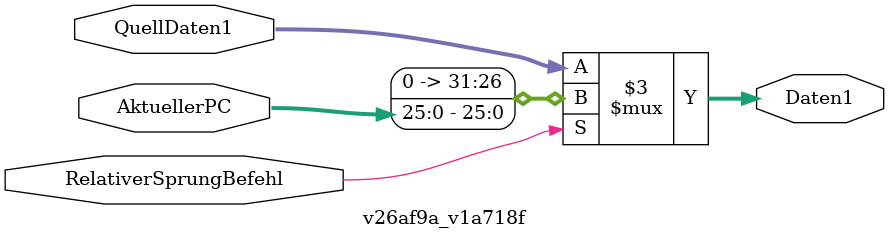
<source format=v>

`default_nettype none

module main (
 input [31:0] vbabb27,
 input [31:0] v6c8a4c,
 input vcee139,
 input v1c9ad2,
 input v8eb1f0,
 output [31:0] vf2527f,
 output [31:0] va2e910,
 output vc27e51,
 output vac2531,
 output v5b8f0c,
 output [25:0] vc219a6
);
 wire w0;
 wire w1;
 wire w2;
 wire w3;
 wire [0:5] w4;
 wire [0:5] w5;
 wire [0:5] w6;
 wire [0:5] w7;
 wire w8;
 wire [0:31] w9;
 wire [0:31] w10;
 wire [0:31] w11;
 wire [0:31] w12;
 wire w13;
 wire [0:31] w14;
 wire [0:31] w15;
 wire w16;
 wire w17;
 wire w18;
 wire [0:25] w19;
 wire [0:31] w20;
 wire [0:31] w21;
 wire w22;
 wire [0:31] w23;
 wire [0:31] w24;
 wire [0:31] w25;
 wire w26;
 wire w27;
 wire w28;
 wire [0:31] w29;
 wire w30;
 wire w31;
 wire w32;
 wire w33;
 wire w34;
 wire w35;
 wire w36;
 wire w37;
 wire [0:25] w38;
 wire w39;
 wire [0:25] w40;
 wire [0:25] w41;
 wire w42;
 wire w43;
 wire [0:31] w44;
 wire [0:31] w45;
 assign w9 = vbabb27;
 assign w15 = v6c8a4c;
 assign vc27e51 = w16;
 assign vac2531 = w17;
 assign v5b8f0c = w18;
 assign vf2527f = w23;
 assign va2e910 = w24;
 assign w31 = v1c9ad2;
 assign w32 = v8eb1f0;
 assign w35 = vcee139;
 assign vc219a6 = w40;
 assign w20 = w10;
 assign w21 = w12;
 assign w23 = w10;
 assign w23 = w20;
 assign w25 = w12;
 assign w25 = w21;
 assign w28 = w8;
 assign w29 = w24;
 assign w37 = w36;
 assign w40 = w38;
 assign w41 = w38;
 assign w41 = w40;
 v07c3e9 vc2f165 (
  .v733f38(w0),
  .vcf476d(w1),
  .vc2ff47(w2),
  .vefc2f0(w4),
  .v1d4fda(w5),
  .vcc5aff(w6),
  .v9859e3(w7),
  .ve7b995(w8),
  .vd56645(w15),
  .v009d23(w22),
  .vd5ffa3(w26),
  .vd57811(w27),
  .veae0d5(w36),
  .ve70a4a(w42),
  .vf89c40(w43),
  .v600479(w44)
 );
 v098059 v44d510 (
  .vb9f6e8(w3),
  .v64b2fc(w19),
  .vd4605e(w33),
  .v469cec(w38)
 );
 vd073da v710b38 (
  .v394d0e(w0),
  .v708034(w1),
  .v2d8bc3(w2),
  .v7af967(w3),
  .vdf76b1(w13),
  .vd25d6a(w16),
  .vb561af(w17),
  .vc9a715(w18),
  .v6b1ac6(w27),
  .v54902b(w28),
  .vc6aa74(w30),
  .v5f89cf(w31),
  .v5118c6(w32),
  .vba26c3(w33),
  .v5fb4ea(w34),
  .v6dbede(w35),
  .v333e4c(w37),
  .v4dd373(w39)
 );
 v51b9cf v9b2244 (
  .vaa5d49(w5),
  .v102134(w6),
  .v14eae6(w7),
  .v7d1d02(w11),
  .vc46106(w12),
  .vfab6dd(w24),
  .v247656(w30)
 );
 v625d79 vab0f0a (
  .vcd159e(w4),
  .vea2f6e(w10),
  .v360926(w14),
  .v799830(w34),
  .v1f4289(w39),
  .v3b8228(w45)
 );
 vaa9caf v0ca40e (
  .v604d67(w8),
  .v51b6bc(w9),
  .vcf12e3(w10),
  .va874ad(w11),
  .va16ad8(w36),
  .vbaf620(w38)
 );
 v1215e7 v64a763 (
  .ve0f1d2(w12),
  .va34f84(w13),
  .va96744(w42)
 );
 vef4843 v19f6e3 (
  .ve4871c(w14),
  .v3b6447(w29),
  .v301daf(w43),
  .vc64ed9(w44)
 );
 v433ce5 v059689 (
  .vbda1cf(w19),
  .v5a59b5(w20),
  .vb6adaf(w21),
  .vf95e96(w22)
 );
 v26af9a v1647fe (
  .v5cb37b(w25),
  .vb74a8b(w26),
  .v30c415(w41),
  .v2cf625(w45)
 );
endmodule

//---- Top entity
module v07c3e9 (
 input [31:0] vd56645,
 input vd57811,
 input v39aa65,
 output vd5ffa3,
 output [31:0] v600479,
 output vf89c40,
 output [5:0] vefc2f0,
 output [5:0] v1d4fda,
 output [5:0] vcc5aff,
 output [5:0] v9859e3,
 output veae0d5,
 output v733f38,
 output ve7b995,
 output vcf476d,
 output vc2ff47,
 output ve70a4a,
 output v009d23
);
 wire [0:31] w0;
 wire w1;
 wire w2;
 wire [0:5] w3;
 wire w4;
 wire w5;
 wire w6;
 wire w7;
 wire w8;
 wire w9;
 wire w10;
 wire w11;
 wire w12;
 wire [0:31] w13;
 wire [0:5] w14;
 wire [0:5] w15;
 wire [0:5] w16;
 assign w0 = vd56645;
 assign w1 = vd57811;
 assign w2 = v39aa65;
 assign vefc2f0 = w3;
 assign vf89c40 = w4;
 assign ve7b995 = w5;
 assign veae0d5 = w6;
 assign ve70a4a = w7;
 assign v009d23 = w8;
 assign vc2ff47 = w9;
 assign vcf476d = w10;
 assign v733f38 = w11;
 assign vd5ffa3 = w12;
 assign v600479 = w13;
 assign v9859e3 = w14;
 assign vcc5aff = w15;
 assign v1d4fda = w16;
 v07c3e9_vb2d435 vb2d435 (
  .Instruktion(w0),
  .DekodierSignal(w1),
  .Reset(w2),
  .FunktionsCode(w3),
  .ImmediateAktiv(w4),
  .JALBefehl(w5),
  .LoadBefehl(w6),
  .Sprungbedingung(w7),
  .AbsoluterSprung(w8),
  .BedingterSprungBefehl(w9),
  .UnbedingterSprungBefehl(w10),
  .StoreBefehl(w11),
  .RelativerSprung(w12),
  .IDaten(w13),
  .ZielRegister(w14),
  .QuellRegister2(w15),
  .QuellRegister1(w16)
 );
endmodule

//---------------------------------------------------
//-- Instruktionsdekodierer
//-- - - - - - - - - - - - - - - - - - - - - - - - --
//-- 
//---------------------------------------------------

module v07c3e9_vb2d435 (
 input [31:0] Instruktion,
 input DekodierSignal,
 input Reset,
 output [5:0] QuellRegister1,
 output [5:0] QuellRegister2,
 output [5:0] ZielRegister,
 output [31:0] IDaten,
 output ImmediateAktiv,
 output [5:0] FunktionsCode,
 output JALBefehl,
 output RelativerSprung,
 output LoadBefehl,
 output StoreBefehl,
 output UnbedingterSprungBefehl,
 output BedingterSprungBefehl,
 output AbsoluterSprung,
 output Sprungbedingung
);
 
 //Aktuell gespeicherte Befehl
 reg [31:0] AktuellerBefehl;
 
 //Wires für Lesbaren Code
 wire[5:0] Opcode;
 wire[1:0] Format;
 wire[1:0] Kategorie;
 wire[4:0] ZRegister;
 wire[4:0] Q1Register;
 wire[4:0] Q2Register;
 wire[5:0] Funktion;
 wire[5:0] FunktionAnfang;
 wire[15:0] KleinerImmediate;
 wire[25:0] GrosserImmediate;
 wire[3:0] GleitkommaBefehl;
 
 assign Opcode = AktuellerBefehl[31:26];
 assign Format = AktuellerBefehl[31:30];
 assign Kategorie = AktuellerBefehl[5:4];
 assign ZRegister = AktuellerBefehl[25:21];
 assign Q1Register = AktuellerBefehl[20:16];
 assign Q2Register = AktuellerBefehl[15:11];
 assign Funktion = AktuellerBefehl[5:0];
 assign FunktionAnfang = AktuellerBefehl[30:26];
 assign KleinerImmediate = AktuellerBefehl[15:0];
 assign GrosserImmediate = AktuellerBefehl[25:0];
 assign GleitkommaBefehl = AktuellerBefehl[3:0];
 
 //wichtige Befehle die einzeln behandelt werden muessen
 localparam[5:0] LoadCode   = 6'b111000;
 localparam[5:0] LoadSCode  = 6'b111001;
 localparam[5:0] StoreCode  = 6'b111010;
 localparam[5:0] StoreSCode = 6'b111011;
 localparam[5:0] JregCode   = 6'b111100;
 localparam[5:0] BezCode    = 6'b111101;
 localparam[5:0] BNezCode   = 6'b111110;
 localparam[5:0] JALCode    = 6'b111111;
 localparam[5:0] JmpCode    = 6'b010000;
 localparam[5:0] AddisCode  = 6'b110000;
 
 //wichtige Formate die behandelt werden muessen
 localparam[1:0] RegisterFormat = 2'b00;
 localparam[1:0] JumpFormat = 2'b01;
 localparam ImmediateFormat = 1'b1;
 localparam FloatVergleich = 1'b1;
 localparam[1:0] Arithmetik = 2'b00;
 localparam[1:0] Vergleich = 2'b01;
 localparam[1:0] Gleitkomma = 2'b10;
 localparam[1:0] Vektor = 2'b11;
 
 //START LOGIK
 
 always @(posedge Reset or posedge DekodierSignal) begin
     if(Reset)
         AktuellerBefehl <= 32'b00000000000000000000000000000000;
     else begin
         AktuellerBefehl <= Instruktion;
     end
 end
 
 assign QuellRegister1 =         {((Format == RegisterFormat && Kategorie == Gleitkomma) ? 1'b1 : 1'b0), Q1Register};
 
 assign QuellRegister2 =         (Opcode == StoreCode) ? {1'b0, ZRegister}:
                                 (Opcode == StoreSCode) ? {1'b1, ZRegister}:
                                 {((Format == RegisterFormat && Kategorie == Gleitkomma) ? 1'b1 : 1'b0), Q2Register};
 
 assign ZielRegister =           (Opcode==LoadSCode || Opcode == StoreSCode || ((Format == RegisterFormat && Kategorie == Gleitkomma && GleitkommaBefehl < 8)) ? {1'b1, ZRegister}:
                                 (((Format == RegisterFormat) || (Format[1] == ImmediateFormat)) ? {1'b0, ZRegister}:
                                 6'b0));
 
 assign IDaten =                 (Format == JumpFormat) ? {6'b0, GrosserImmediate} :
                                 (Opcode == AddisCode) ? {KleinerImmediate, 16'b0} : 
                                 (Format[1] == ImmediateFormat && Opcode > AddisCode && Opcode < LoadCode) ? {16'b0, KleinerImmediate} :
                                 (Format[1] == ImmediateFormat) ? {{16{KleinerImmediate[15]}}, KleinerImmediate} :
                                 32'b0;
 
 assign ImmediateAktiv =         (Format == JumpFormat || Format[1] == ImmediateFormat);
                             
 assign FunktionsCode =          (Format == RegisterFormat) ? Funktion :
                                 ((Opcode == AddisCode || Format == JumpFormat||(Opcode >= LoadCode && Opcode <= JALCode)) ? 6'b0:
                                 {1'b0,FunktionAnfang});
 
 assign JALBefehl =              (Opcode == JALCode);
 
 assign RelativerSprung =        (Opcode == JALCode || Opcode == JmpCode || Opcode == BezCode || Opcode == BNezCode);
 
 assign AbsoluterSprung =        (Opcode == JregCode);                               
 
 assign LoadBefehl =             (Opcode == LoadCode || Opcode == LoadSCode);
 
 assign StoreBefehl =            (Opcode == StoreCode || Opcode == StoreSCode);
 
 assign UnbedingterSprungBefehl =(Opcode == JregCode || Opcode == JALCode || Opcode == JmpCode);
 
 assign BedingterSprungBefehl =  (Opcode == BezCode || Opcode == BNezCode); 
 
 assign Sprungbedingung =           (Opcode == BezCode);
endmodule
//---- Top entity
module v098059 (
 input [25:0] v64b2fc,
 input vb9f6e8,
 input vd4605e,
 input vfd4a34,
 output [25:0] v469cec
);
 wire [0:25] w0;
 wire [0:25] w1;
 wire w2;
 wire w3;
 wire w4;
 assign v469cec = w0;
 assign w1 = v64b2fc;
 assign w2 = vb9f6e8;
 assign w3 = vd4605e;
 assign w4 = vfd4a34;
 v098059_v6a75bb v6a75bb (
  .AktuellerPc(w0),
  .NeuerPC(w1),
  .SchreibSignal(w2),
  .TaktSignal(w3),
  .Reset(w4)
 );
endmodule

//---------------------------------------------------
//-- Programmzähler
//-- - - - - - - - - - - - - - - - - - - - - - - - --
//-- 
//---------------------------------------------------

module v098059_v6a75bb (
 input [25:0] NeuerPC,
 input SchreibSignal,
 input TaktSignal,
 input Reset,
 output [25:0] AktuellerPc
);
 reg[25:0] programmzahler;
 reg[25:0] AktuellerPC;
 always @(posedge TaktSignal or posedge Reset) begin
     if(Reset)
         AktuellerPC <= 25'b0;
     else begin
         if(SchreibSignal)
             AktuellerPC <= NeuerPC + 1'b1;
         else
             AktuellerPC <= AktuellerPC + 1'b1;
     end
 end
endmodule
//---- Top entity
module vd073da (
 input v333e4c,
 input v394d0e,
 input v54902b,
 input v708034,
 input v2d8bc3,
 input vdf76b1,
 input v6dbede,
 input v5f89cf,
 input v5118c6,
 input v4dd373,
 input v9d2ce3,
 input v581dfa,
 output vc6aa74,
 output v5fb4ea,
 output vd25d6a,
 output vb561af,
 output vc9a715,
 output v7af967,
 output vba26c3,
 output v6b1ac6
);
 wire w0;
 wire w1;
 wire w2;
 wire w3;
 wire w4;
 wire w5;
 wire w6;
 wire w7;
 wire w8;
 wire w9;
 wire w10;
 wire w11;
 wire w12;
 wire w13;
 wire w14;
 wire w15;
 wire w16;
 wire w17;
 wire w18;
 wire w19;
 assign w0 = v333e4c;
 assign w1 = v394d0e;
 assign w2 = v54902b;
 assign w3 = v708034;
 assign w4 = v2d8bc3;
 assign w5 = vdf76b1;
 assign w6 = v4dd373;
 assign w7 = v6dbede;
 assign w8 = v5f89cf;
 assign w9 = v5118c6;
 assign w10 = v9d2ce3;
 assign w11 = v581dfa;
 assign vc6aa74 = w12;
 assign v5fb4ea = w13;
 assign vd25d6a = w14;
 assign vb561af = w15;
 assign vc9a715 = w16;
 assign v7af967 = w17;
 assign vba26c3 = w18;
 assign v6b1ac6 = w19;
 vd073da_ve6caed ve6caed (
  .LoadBefehl(w0),
  .StoreBefehl(w1),
  .JALBefehl(w2),
  .UnbedingterSprungBefehl(w3),
  .BedingterSprungBefehl(w4),
  .Bedingung(w5),
  .ALUFertig(w6),
  .BefehlGeladen(w7),
  .DatenGeladen(w8),
  .DatenGespeichert(w9),
  .Clock(w10),
  .Reset(w11),
  .RegisterSchreibSignal(w12),
  .ALUStartSignal(w13),
  .LoadBefehlSignal(w14),
  .LoadDatenSignal(w15),
  .StoreDatenSignal(w16),
  .PCSprungSignal(w17),
  .PCSignal(w18),
  .DekodierSignal(w19)
 );
endmodule

//---------------------------------------------------
//-- Steuerung
//-- - - - - - - - - - - - - - - - - - - - - - - - --
//-- 
//---------------------------------------------------

module vd073da_ve6caed (
 input LoadBefehl,
 input StoreBefehl,
 input JALBefehl,
 input UnbedingterSprungBefehl,
 input BedingterSprungBefehl,
 input Bedingung,
 input ALUFertig,
 input BefehlGeladen,
 input DatenGeladen,
 input DatenGespeichert,
 input Clock,
 input Reset,
 output RegisterSchreibSignal,
 output ALUStartSignal,
 output LoadBefehlSignal,
 output LoadDatenSignal,
 output StoreDatenSignal,
 output PCSprungSignal,
 output PCSignal,
 output DekodierSignal
);
   localparam FETCH = 3'b000;
     localparam DECODE = 3'b001;
     localparam ALU1 = 3'b010;
     localparam ALU = 3'b011;
     localparam WRITEBACK_JUMP = 3'b100;
     localparam WRITEBACK_STORE = 3'b101;
     localparam WRITEBACK_LOAD = 3'b110;
     localparam WRITEBACK_DEFAULT = 3'b111;
 
     reg [2:0] current_state;
     reg [2:0] next_state;
 
     //combinational portion
     
     always @(*) begin
         case(current_state)
             FETCH: begin
                 if (BefehlGeladen)
                     next_state <= DECODE;
                 else
                     next_state <= FETCH;
             end
             DECODE:
                 next_state <= ALU1;
             ALU1: begin
                 if (ALUFertig) begin
                     if (UnbedingterSprungBefehl || BedingterSprungBefehl)
                         next_state <= WRITEBACK_JUMP;
                     else if (StoreBefehl)
                         next_state <= WRITEBACK_STORE;
                     else if (LoadBefehl)
                         next_state <= WRITEBACK_LOAD;
                     else
                         next_state <= WRITEBACK_DEFAULT;
                 end
                 else
                     next_state <= ALU;
             end
             ALU: begin
                 if (ALUFertig) begin
                     if (UnbedingterSprungBefehl || BedingterSprungBefehl)
                         next_state <= WRITEBACK_JUMP;
                     else if (StoreBefehl)
                         next_state <= WRITEBACK_STORE;
                     else if (LoadBefehl)
                         next_state <= WRITEBACK_LOAD;
                     else
                         next_state <= WRITEBACK_DEFAULT;
                 end
                 else
                     next_state <= ALU;
             end
             WRITEBACK_JUMP:
                 next_state <= FETCH;
             WRITEBACK_STORE: begin
                 if (DatenGespeichert)
                     next_state <= FETCH;
                 else
                     next_state <= WRITEBACK_STORE;
             end
             WRITEBACK_LOAD: begin
                 if (DatenGeladen)
                     next_state <= WRITEBACK_DEFAULT;
                 else
                     next_state <= WRITEBACK_LOAD;
             end
             WRITEBACK_DEFAULT:
                 next_state <= FETCH;
             default:
                 next_state <= FETCH;
         endcase
     end
     
     assign LoadBefehlSignal = current_state == FETCH;
     assign DekodierSignal = current_state == DECODE;
     assign ALUStartSignal = current_state == ALU1;
     assign RegisterSchreibSignal = ((current_state == ALU || current_state == ALU1) && JALBefehl) || current_state == WRITEBACK_DEFAULT;
     assign PCSignal = current_state > ALU;
     assign StoreDatenSignal = current_state == WRITEBACK_STORE;
     assign LoadDatenSignal = current_state == WRITEBACK_LOAD;
 
     assign PCSprungSignal = UnbedingterSprungBefehl || (BedingterSprungBefehl && Bedingung);
 
     //sequential portion
 
     always @(posedge Clock) begin
         if (Reset)
             current_state <= FETCH;
         else
             current_state <= next_state;
     end
endmodule
//---- Top entity
module v51b9cf (
 input [31:0] v7d1d02,
 input [5:0] vaa5d49,
 input [5:0] v102134,
 input [5:0] v14eae6,
 input v247656,
 input v0c6cf9,
 input vf4f365,
 output [31:0] vfab6dd,
 output [31:0] vc46106
);
 wire [0:31] w0;
 wire [0:31] w1;
 wire [0:5] w2;
 wire [0:5] w3;
 wire [0:31] w4;
 wire [0:5] w5;
 wire w6;
 wire w7;
 wire w8;
 assign vfab6dd = w0;
 assign vc46106 = w1;
 assign w2 = vaa5d49;
 assign w3 = v102134;
 assign w4 = v7d1d02;
 assign w5 = v14eae6;
 assign w6 = v247656;
 assign w7 = v0c6cf9;
 assign w8 = vf4f365;
 v51b9cf_v2e62ee v2e62ee (
  .QuellDaten2(w0),
  .QuellDaten1(w1),
  .QuellRegister1(w2),
  .QuellRegister2(w3),
  .ZielDaten(w4),
  .ZielRegister(w5),
  .Schreibsignal(w6),
  .Reset(w7),
  .Clock(w8)
 );
endmodule

//---------------------------------------------------
//-- Register
//-- - - - - - - - - - - - - - - - - - - - - - - - --
//-- 
//---------------------------------------------------

module v51b9cf_v2e62ee (
 input [5:0] QuellRegister1,
 input [5:0] QuellRegister2,
 input [31:0] ZielDaten,
 input [5:0] ZielRegister,
 input Schreibsignal,
 input Reset,
 input Clock,
 output [31:0] QuellDaten1,
 output [31:0] QuellDaten2
);
 reg [31:0] registers [63:0];
 
 assign QuellDaten1 = registers[QuellRegister1];
 assign QuellDaten2 = registers[QuellRegister2];
 integer i;
 
 always @(posedge Clock) begin
     if(Reset) begin
         for (i = 0; i < 64; i = i + 1) begin
             registers[i] <= 32'b00000000000000000000000000000000; 
         end
     end
     else if(Schreibsignal) begin 
         if(ZielRegister != 0)
             registers[ZielRegister] <= ZielDaten;
     end
 end
endmodule
//---- Top entity
module v625d79 (
 input [5:0] vcd159e,
 input [31:0] v3b8228,
 input [31:0] v360926,
 input v799830,
 input va8998d,
 input v71b696,
 output v1f4289,
 output [31:0] vea2f6e
);

endmodule

//---------------------------------------------------
//-- ALU
//-- - - - - - - - - - - - - - - - - - - - - - - - --
//-- 
//---------------------------------------------------
//---- Top entity
module vaa9caf (
 input [31:0] vcf12e3,
 input [25:0] vbaf620,
 input [31:0] v51b6bc,
 input v604d67,
 input va16ad8,
 output [31:0] va874ad
);
 wire [0:31] w0;
 wire [0:31] w1;
 wire [0:25] w2;
 wire [0:31] w3;
 wire w4;
 wire w5;
 assign va874ad = w0;
 assign w1 = vcf12e3;
 assign w2 = vbaf620;
 assign w3 = v51b6bc;
 assign w4 = v604d67;
 assign w5 = va16ad8;
 vaa9caf_vf5b85c vf5b85c (
  .ZielDaten(w0),
  .ALUErgebnis(w1),
  .AktuellerPC(w2),
  .LoadErgebnis(w3),
  .JALBefehl(w4),
  .LoadBefehl(w5)
 );
endmodule

//---------------------------------------------------
//-- MultiplexerZielDaten
//-- - - - - - - - - - - - - - - - - - - - - - - - --
//-- Multiplext Datan von der ALU, vom RAM und vom Immediate Operand
//---------------------------------------------------

module vaa9caf_vf5b85c (
 input [31:0] ALUErgebnis,
 input [25:0] AktuellerPC,
 input [31:0] LoadErgebnis,
 input JALBefehl,
 input LoadBefehl,
 output [31:0] ZielDaten
);
  assign ZielDaten = (JALBefehl==1'b1)? {6'b0,AktuellerPC}:
                     ((LoadBefehl==1'b1)? LoadErgebnis:
                     ALUErgebnis);
 
endmodule
//---- Top entity
module v1215e7 (
 input va96744,
 input [31:0] ve0f1d2,
 output va34f84
);
 wire w0;
 wire w1;
 wire [0:31] w2;
 assign va34f84 = w0;
 assign w1 = va96744;
 assign w2 = ve0f1d2;
 v1215e7_v750499 v750499 (
  .Ergebnis(w0),
  .GleichNullPruefen(w1),
  .Eingang(w2)
 );
endmodule

//---------------------------------------------------
//-- Bedingungsprüfer
//-- - - - - - - - - - - - - - - - - - - - - - - - --
//-- Vornort alle Bits und gibt das Ergebnis aus
//---------------------------------------------------

module v1215e7_v750499 (
 input [31:0] Eingang,
 input GleichNullPruefen,
 output Ergebnis
);
 assign Ergebnis = GleichNullPruefen ? Eingang == 32'b0:
                                       Eingang != 32'b0;
endmodule
//---- Top entity
module vef4843 (
 input [31:0] vc64ed9,
 input v301daf,
 input [31:0] v3b6447,
 output [31:0] ve4871c
);
 wire [0:31] w0;
 wire [0:31] w1;
 wire [0:31] w2;
 wire w3;
 assign ve4871c = w0;
 assign w1 = v3b6447;
 assign w2 = vc64ed9;
 assign w3 = v301daf;
 vef4843_v1f6a49 v1f6a49 (
  .Daten2(w0),
  .RegisterDaten2(w1),
  .Immediate(w2),
  .ImmediateAktiv(w3)
 );
endmodule

//---------------------------------------------------
//-- MultiplexerAluDaten
//-- - - - - - - - - - - - - - - - - - - - - - - - --
//-- Multiplext die möglichen ALU Eingänge (Register, kleiner und großer Immediate)
//---------------------------------------------------

module vef4843_v1f6a49 (
 input [31:0] RegisterDaten2,
 input [31:0] Immediate,
 input ImmediateAktiv,
 output [31:0] Daten2
);
  assign Daten2 = (ImmediateAktiv==1'b1)? Immediate:
                     RegisterDaten2;
 
endmodule
//---- Top entity
module v433ce5 (
 input [31:0] v5a59b5,
 input [31:0] vb6adaf,
 input vf95e96,
 output [25:0] vbda1cf
);
 wire [0:25] w0;
 wire [0:31] w1;
 wire [0:31] w2;
 wire w3;
 assign vbda1cf = w0;
 assign w1 = v5a59b5;
 assign w2 = vb6adaf;
 assign w3 = vf95e96;
 v433ce5_va3c7f8 va3c7f8 (
  .NeuerPC(w0),
  .RelativerPC(w1),
  .AbsoluterPC(w2),
  .IstAbsolut(w3)
 );
endmodule

//---------------------------------------------------
//-- MultiplexerNeuerPc
//-- - - - - - - - - - - - - - - - - - - - - - - - --
//-- Multiplext relative und absolute neue PCs. Die Bits 31 bis 26 werden ignoriert
//---------------------------------------------------

module v433ce5_va3c7f8 (
 input [31:0] RelativerPC,
 input [31:0] AbsoluterPC,
 input IstAbsolut,
 output [25:0] NeuerPC
);
 
  assign NeuerPC = (IstAbsolut)?AbsoluterPC[25:0]:
                                RelativerPC[25:0];
endmodule
//---- Top entity
module v26af9a (
 input [25:0] v30c415,
 input vb74a8b,
 input [31:0] v5cb37b,
 output [31:0] v2cf625
);
 wire [0:25] w0;
 wire [0:31] w1;
 wire w2;
 wire [0:31] w3;
 assign w0 = v30c415;
 assign w1 = v5cb37b;
 assign w2 = vb74a8b;
 assign v2cf625 = w3;
 v26af9a_v1a718f v1a718f (
  .AktuellerPC(w0),
  .QuellDaten1(w1),
  .RelativerSprungBefehl(w2),
  .Daten1(w3)
 );
endmodule

//---------------------------------------------------
//-- MultiplexerAluDaten2
//-- - - - - - - - - - - - - - - - - - - - - - - - --
//-- Multiplext den aktuellen PC mit den Quelldaten2
//---------------------------------------------------

module v26af9a_v1a718f (
 input [25:0] AktuellerPC,
 input [31:0] QuellDaten1,
 input RelativerSprungBefehl,
 output [31:0] Daten1
);
  assign Daten1 = (RelativerSprungBefehl==1'b1)? {6'b0,AktuellerPC}:
                     QuellDaten1;
 
endmodule

</source>
